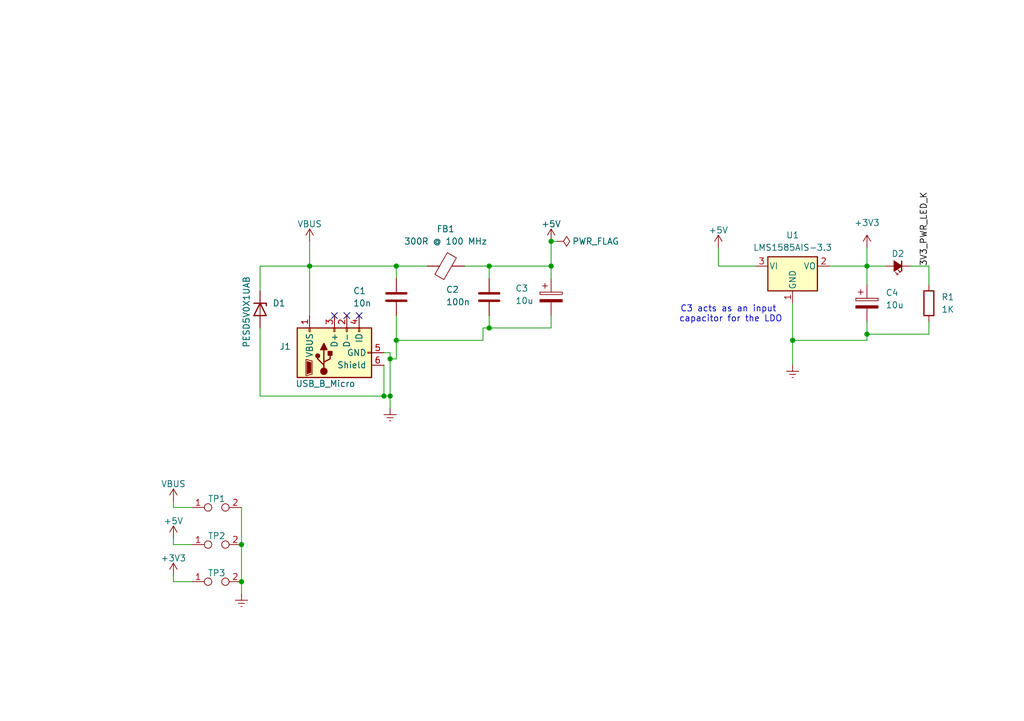
<source format=kicad_sch>
(kicad_sch (version 20250114) (generator "eeschema") (generator_version "9.0")
  (paper "A5")
  (title_block (title "Power Sheet") (date "2025-06-26") (rev "v08") (comment 4 "All things power related"))
  (lib_symbols
    (symbol "Connector:TestPoint_2Pole" (pin_names (offset 0.762) (hide yes))
      (property "Reference" "TP" (at 0 1.524 0))
      (property "Value" "TestPoint_2Pole" (at 0 -1.778 0))
      (symbol "TestPoint_2Pole_0_1"
        (circle (center -1.778 0) (radius 0.762))
        (circle (center 1.778 0) (radius 0.762))
        (pin passive line (at -5.08 0 0) (length 2.54) (name "1") (number "1"))
        (pin passive line (at 5.08 0 180) (length 2.54) (name "2") (number "2"))
      )
    )
    (symbol "Connector:USB_B_Micro" (pin_names (offset 1.016))
      (property "Reference" "J" (at -5.08 11.43 0))
      (property "Value" "USB_B_Micro" (at -5.08 8.89 0))
      (symbol "USB_B_Micro_0_1"
        (rectangle (start -5.08 -7.62) (end 5.08 7.62) (stroke (width 0.254)) (fill (type background)))
        (polyline (pts (xy -4.699 5.842) (xy -4.699 5.588) (xy -4.445 4.826) (xy -4.445 4.572) (xy -1.651 4.572) (xy -1.651 4.826) (xy -1.397 5.588) (xy -1.397 5.842) (xy -4.699 5.842)))
        (polyline (pts (xy -4.318 5.588) (xy -1.778 5.588) (xy -2.032 4.826) (xy -4.064 4.826) (xy -4.318 5.588)) (fill (type outline)))
        (circle (center -3.81 2.159) (radius 0.635) (stroke (width 0.254)) (fill (type outline)))
        (polyline (pts (xy -3.175 2.159) (xy -2.54 2.159) (xy -1.27 3.429) (xy -0.635 3.429)) (stroke (width 0.254)))
        (polyline (pts (xy -2.54 2.159) (xy -1.905 2.159) (xy -1.27 0.889) (xy 0 0.889)) (stroke (width 0.254)))
        (polyline (pts (xy -1.905 2.159) (xy 0.635 2.159)) (stroke (width 0.254)))
        (circle (center -0.635 3.429) (radius 0.381) (stroke (width 0.254)) (fill (type outline)))
        (rectangle (start -0.127 -7.62) (end 0.127 -6.858))
        (rectangle (start 0.254 1.27) (end -0.508 0.508) (stroke (width 0.254)) (fill (type outline)))
        (polyline (pts (xy 0.635 2.794) (xy 0.635 1.524) (xy 1.905 2.159) (xy 0.635 2.794)) (stroke (width 0.254)) (fill (type outline)))
        (rectangle (start 5.08 4.953) (end 4.318 5.207))
        (rectangle (start 5.08 -0.127) (end 4.318 0.127))
        (rectangle (start 5.08 -2.667) (end 4.318 -2.413))
        (rectangle (start 5.08 -5.207) (end 4.318 -4.953))
      )
      (symbol "USB_B_Micro_1_1"
        (pin passive line (at -2.54 -10.16 90) (length 2.54) (name "Shield") (number "6"))
        (pin power_out line (at 0 -10.16 90) (length 2.54) (name "GND") (number "5"))
        (pin power_out line (at 7.62 5.08 180) (length 2.54) (name "VBUS") (number "1"))
        (pin bidirectional line (at 7.62 0 180) (length 2.54) (name "D+") (number "3"))
        (pin bidirectional line (at 7.62 -2.54 180) (length 2.54) (name "D-") (number "2"))
        (pin passive line (at 7.62 -5.08 180) (length 2.54) (name "ID") (number "4"))
      )
    )
    (symbol "Device:C" (pin_numbers (hide yes)) (pin_names (offset 0.254))
      (property "Reference" "C" (at 0.635 2.54 0))
      (property "Value" "C" (at 0.635 -2.54 0))
      (symbol "C_0_1"
        (polyline (pts (xy -2.032 0.762) (xy 2.032 0.762)) (stroke (width 0.508)))
        (polyline (pts (xy -2.032 -0.762) (xy 2.032 -0.762)) (stroke (width 0.508)))
      )
      (symbol "C_1_1"
        (pin passive line (at 0 3.81 270) (length 2.794) (name "~") (number "1"))
        (pin passive line (at 0 -3.81 90) (length 2.794) (name "~") (number "2"))
      )
    )
    (symbol "Device:C_Polarized" (pin_numbers (hide yes)) (pin_names (offset 0.254))
      (property "Reference" "C" (at 0.635 2.54 0))
      (property "Value" "C_Polarized" (at 0.635 -2.54 0))
      (symbol "C_Polarized_0_1"
        (rectangle (start -2.286 0.508) (end 2.286 1.016))
        (polyline (pts (xy -1.778 2.286) (xy -0.762 2.286)))
        (polyline (pts (xy -1.27 2.794) (xy -1.27 1.778)))
        (rectangle (start 2.286 -0.508) (end -2.286 -1.016) (fill (type outline)))
      )
      (symbol "C_Polarized_1_1"
        (pin passive line (at 0 3.81 270) (length 2.794) (name "~") (number "1"))
        (pin passive line (at 0 -3.81 90) (length 2.794) (name "~") (number "2"))
      )
    )
    (symbol "Device:FerriteBead" (pin_numbers (hide yes)) (pin_names (offset 0))
      (property "Reference" "FB" (at -3.81 0.635 90))
      (property "Value" "FerriteBead" (at 3.81 0 90))
      (symbol "FerriteBead_0_1"
        (polyline (pts (xy -2.7686 0.4064) (xy -1.7018 2.2606) (xy 2.7686 -0.3048) (xy 1.6764 -2.159) (xy -2.7686 0.4064)))
        (polyline (pts (xy 0 1.27) (xy 0 1.2954)))
        (polyline (pts (xy 0 -1.27) (xy 0 -1.2192)))
      )
      (symbol "FerriteBead_1_1"
        (pin passive line (at 0 3.81 270) (length 2.54) (name "~") (number "1"))
        (pin passive line (at 0 -3.81 90) (length 2.54) (name "~") (number "2"))
      )
    )
    (symbol "Device:LED_Small_Filled" (pin_numbers (hide yes)) (pin_names (offset 0.254) (hide yes))
      (property "Reference" "D" (at -1.27 3.175 0))
      (property "Value" "LED_Small_Filled" (at -4.445 -2.54 0))
      (symbol "LED_Small_Filled_0_1"
        (polyline (pts (xy -0.762 -1.016) (xy -0.762 1.016)) (stroke (width 0.254)))
        (polyline (pts (xy 0 0.762) (xy -0.508 1.27) (xy -0.254 1.27) (xy -0.508 1.27) (xy -0.508 1.016)))
        (polyline (pts (xy 0.508 1.27) (xy 0 1.778) (xy 0.254 1.778) (xy 0 1.778) (xy 0 1.524)))
        (polyline (pts (xy 0.762 -1.016) (xy -0.762 0) (xy 0.762 1.016) (xy 0.762 -1.016)) (stroke (width 0.254)) (fill (type outline)))
        (polyline (pts (xy 1.016 0) (xy -0.762 0)))
      )
      (symbol "LED_Small_Filled_1_1"
        (pin passive line (at -2.54 0 0) (length 1.778) (name "K") (number "1"))
        (pin passive line (at 2.54 0 180) (length 1.778) (name "A") (number "2"))
      )
    )
    (symbol "Device:R" (pin_numbers (hide yes)) (pin_names (offset 0))
      (property "Reference" "R" (at 2.032 0 90))
      (property "Value" "R" (at 0 0 90))
      (symbol "R_0_1"
        (rectangle (start -1.016 -2.54) (end 1.016 2.54) (stroke (width 0.254)))
      )
      (symbol "R_1_1"
        (pin passive line (at 0 3.81 270) (length 1.27) (name "~") (number "1"))
        (pin passive line (at 0 -3.81 90) (length 1.27) (name "~") (number "2"))
      )
    )
    (symbol "Diode:PTVS5V0Z1USKP" (pin_numbers (hide yes)) (pin_names (hide yes))
      (property "Reference" "D" (at 0 2.54 0))
      (property "Value" "PTVS5V0Z1USKP" (at 0 -2.54 0))
      (symbol "PTVS5V0Z1USKP_0_1"
        (polyline (pts (xy -1.27 -1.27) (xy -1.27 1.27) (xy -0.762 1.27)) (stroke (width 0.254)))
        (polyline (pts (xy 1.27 0) (xy -1.27 0)))
        (polyline (pts (xy 1.27 -1.27) (xy 1.27 1.27) (xy -1.27 0) (xy 1.27 -1.27)) (stroke (width 0.254)))
      )
      (symbol "PTVS5V0Z1USKP_1_1"
        (pin passive line (at -3.81 0 0) (length 2.54) (name "K") (number "1"))
        (pin passive line (at 3.81 0 180) (length 2.54) (name "A") (number "2"))
      )
    )
    (symbol "Regulator_Linear:LM1084-3.3" (pin_names (offset 0.254))
      (property "Reference" "U" (at -3.81 3.175 0))
      (property "Value" "LM1084-3.3" (at 0 3.175 0))
      (symbol "LM1084-3.3_0_1"
        (rectangle (start -5.08 1.905) (end 5.08 -5.08) (stroke (width 0.254)) (fill (type background)))
      )
      (symbol "LM1084-3.3_1_1"
        (pin power_in line (at -7.62 0 0) (length 2.54) (name "VI") (number "3"))
        (pin power_in line (at 0 -7.62 90) (length 2.54) (name "GND") (number "1"))
        (pin power_out line (at 7.62 0 180) (length 2.54) (name "VO") (number "2"))
      )
    )
    (symbol "power:+3V3" (power) (pin_numbers (hide yes)) (pin_names (offset 0) (hide yes))
      (property "Value" "+3V3" (at 0 3.556 0))
      (symbol "+3V3_0_1"
        (polyline (pts (xy -0.762 1.27) (xy 0 2.54)))
        (polyline (pts (xy 0 2.54) (xy 0.762 1.27)))
        (polyline (pts (xy 0 0) (xy 0 2.54)))
      )
      (symbol "+3V3_1_1"
        (pin power_in line (at 0 0 90) (length 0) (name "~") (number "1"))
      )
    )
    (symbol "power:+5V" (power) (pin_numbers (hide yes)) (pin_names (offset 0) (hide yes))
      (property "Value" "+5V" (at 0 3.556 0))
      (symbol "+5V_0_1"
        (polyline (pts (xy -0.762 1.27) (xy 0 2.54)))
        (polyline (pts (xy 0 2.54) (xy 0.762 1.27)))
        (polyline (pts (xy 0 0) (xy 0 2.54)))
      )
      (symbol "+5V_1_1"
        (pin power_in line (at 0 0 90) (length 0) (name "~") (number "1"))
      )
    )
    (symbol "power:GNDREF" (power) (pin_numbers (hide yes)) (pin_names (offset 0) (hide yes))
      (property "Value" "GNDREF" (at 0 -3.81 0))
      (symbol "GNDREF_0_1"
        (polyline (pts (xy -0.635 -1.905) (xy 0.635 -1.905)))
        (polyline (pts (xy -0.127 -2.54) (xy 0.127 -2.54)))
        (polyline (pts (xy 0 -1.27) (xy 0 0)))
        (polyline (pts (xy 1.27 -1.27) (xy -1.27 -1.27)))
      )
      (symbol "GNDREF_1_1"
        (pin power_in line (at 0 0 270) (length 0) (name "~") (number "1"))
      )
    )
    (symbol "power:PWR_FLAG" (power) (pin_numbers (hide yes)) (pin_names (offset 0) (hide yes))
      (property "Value" "PWR_FLAG" (at 0 3.81 0))
      (symbol "PWR_FLAG_0_0"
        (pin power_out line (at 0 0 90) (length 0) (name "~") (number "1"))
      )
      (symbol "PWR_FLAG_0_1"
        (polyline (pts (xy 0 0) (xy 0 1.27) (xy -1.016 1.905) (xy 0 2.54) (xy 1.016 1.905) (xy 0 1.27)))
      )
    )
  )
  (text "C3 acts as an input \ncapacitor for the LDO" (at 149.86 64.516 0) (effects (font (size 1.27 1.27))))
  (junction (at 78.74 81.28))
  (junction (at 113.03 49.53))
  (junction (at 113.03 54.61))
  (junction (at 81.28 69.85))
  (junction (at 63.5 54.61))
  (junction (at 81.28 54.61))
  (junction (at 49.53 111.76))
  (junction (at 162.56 69.85))
  (junction (at 80.01 73.66))
  (junction (at 49.53 119.38))
  (junction (at 177.8 54.61))
  (junction (at 100.33 54.61))
  (junction (at 100.33 67.31))
  (junction (at 80.01 81.28))
  (junction (at 177.8 68.58))
  (no_connect (at 73.66 64.77))
  (no_connect (at 71.12 64.77))
  (no_connect (at 68.58 64.77))
  (wire (pts (xy 100.33 67.31) (xy 99.06 67.31)))
  (wire (pts (xy 81.28 69.85) (xy 81.28 73.66)))
  (wire (pts (xy 80.01 81.28) (xy 80.01 83.82)))
  (wire (pts (xy 53.34 81.28) (xy 78.74 81.28)))
  (wire (pts (xy 63.5 54.61) (xy 53.34 54.61)))
  (wire (pts (xy 63.5 54.61) (xy 63.5 64.77)))
  (wire (pts (xy 100.33 54.61) (xy 113.03 54.61)))
  (wire (pts (xy 162.56 62.23) (xy 162.56 69.85)))
  (wire (pts (xy 162.56 74.93) (xy 162.56 69.85)))
  (wire (pts (xy 53.34 54.61) (xy 53.34 59.69)))
  (wire (pts (xy 78.74 81.28) (xy 80.01 81.28)))
  (wire (pts (xy 35.56 104.14) (xy 39.37 104.14)))
  (wire (pts (xy 35.56 111.76) (xy 39.37 111.76)))
  (wire (pts (xy 162.56 69.85) (xy 177.8 69.85)))
  (wire (pts (xy 190.5 66.04) (xy 190.5 68.58)))
  (wire (pts (xy 147.32 50.8) (xy 147.32 54.61)))
  (wire (pts (xy 80.01 72.39) (xy 80.01 73.66)))
  (wire (pts (xy 177.8 66.04) (xy 177.8 68.58)))
  (wire (pts (xy 49.53 111.76) (xy 49.53 119.38)))
  (wire (pts (xy 35.56 102.87) (xy 35.56 104.14)))
  (wire (pts (xy 78.74 74.93) (xy 78.74 81.28)))
  (wire (pts (xy 80.01 73.66) (xy 80.01 81.28)))
  (wire (pts (xy 100.33 67.31) (xy 113.03 67.31)))
  (wire (pts (xy 186.69 54.61) (xy 190.5 54.61)))
  (wire (pts (xy 147.32 54.61) (xy 154.94 54.61)))
  (wire (pts (xy 53.34 67.31) (xy 53.34 81.28)))
  (wire (pts (xy 99.06 69.85) (xy 81.28 69.85)))
  (wire (pts (xy 39.37 119.38) (xy 35.56 119.38)))
  (wire (pts (xy 99.06 67.31) (xy 99.06 69.85)))
  (wire (pts (xy 81.28 54.61) (xy 87.63 54.61)))
  (wire (pts (xy 100.33 67.31) (xy 100.33 64.77)))
  (wire (pts (xy 190.5 54.61) (xy 190.5 58.42)))
  (wire (pts (xy 35.56 110.49) (xy 35.56 111.76)))
  (wire (pts (xy 78.74 72.39) (xy 80.01 72.39)))
  (wire (pts (xy 113.03 54.61) (xy 113.03 57.15)))
  (wire (pts (xy 113.03 49.53) (xy 114.3 49.53)))
  (wire (pts (xy 190.5 68.58) (xy 177.8 68.58)))
  (wire (pts (xy 80.01 73.66) (xy 81.28 73.66)))
  (wire (pts (xy 170.18 54.61) (xy 177.8 54.61)))
  (wire (pts (xy 113.03 64.77) (xy 113.03 67.31)))
  (wire (pts (xy 49.53 104.14) (xy 49.53 111.76)))
  (wire (pts (xy 49.53 119.38) (xy 49.53 121.92)))
  (wire (pts (xy 35.56 119.38) (xy 35.56 118.11)))
  (wire (pts (xy 113.03 49.53) (xy 113.03 54.61)))
  (wire (pts (xy 63.5 54.61) (xy 81.28 54.61)))
  (wire (pts (xy 177.8 68.58) (xy 177.8 69.85)))
  (wire (pts (xy 95.25 54.61) (xy 100.33 54.61)))
  (wire (pts (xy 81.28 64.77) (xy 81.28 69.85)))
  (wire (pts (xy 177.8 54.61) (xy 177.8 58.42)))
  (wire (pts (xy 100.33 54.61) (xy 100.33 57.15)))
  (wire (pts (xy 81.28 54.61) (xy 81.28 57.15)))
  (wire (pts (xy 177.8 50.8) (xy 177.8 54.61)))
  (wire (pts (xy 63.5 49.53) (xy 63.5 54.61)))
  (wire (pts (xy 177.8 54.61) (xy 181.61 54.61)))
  (label "3V3_PWR_LED_K" (at 190.5 54.61 90))
  (symbol (lib_id "Connector:TestPoint_2Pole") (at 44.45 111.76 0) (unit 1) (in_bom no)
    (property "Reference" "TP2" (at 44.45 109.982 0))
    (property "Value" "TestPoint_2Pole" (effects (hide yes)))
    (property "Footprint" "Diode_SMD:D_0402_1005Metric" (effects (hide yes)))
    (property "Description" "2-polar test point" (effects (hide yes)))
  )
  (symbol (lib_id "Device:C_Polarized") (at 113.03 60.96 0) (unit 1)
    (property "Reference" "C3" (at 105.664 59.182 0) (effects (justify left)))
    (property "Value" "10u" (at 105.664 61.722 0) (effects (justify left)))
    (property "Footprint" "Capacitor_SMD:CP_Elec_4x4.5" (effects (hide yes)))
    (property "Description" "Polarized capacitor" (effects (hide yes)))
    (property "MPN" "EDH106M016A9BAA" (effects (hide yes)))
  )
  (symbol (lib_id "power:PWR_FLAG") (at 114.3 49.53 270) (unit 1)
    (property "Reference" "#FLG01" (effects (hide yes)))
    (property "Value" "PWR_FLAG" (at 122.174 49.53 90))
    (property "Description" "Special symbol for telling ERC where power comes from" (effects (hide yes)))
  )
  (symbol (lib_id "Connector:USB_B_Micro") (at 68.58 72.39 90) (unit 1)
    (property "Reference" "J1" (at 59.69 71.1199 90) (effects (justify left)))
    (property "Value" "USB_B_Micro" (at 72.898 78.74 90) (effects (justify left)))
    (property "Footprint" "Connector_USB:USB_Micro-B_Amphenol_10118194-0001LF_Horizontal" (effects (hide yes)))
    (property "Description" "USB Micro Type B connector" (effects (hide yes)))
    (property "MPN" "10118194-0001LF" (effects (hide yes)))
  )
  (symbol (lib_id "Device:LED_Small_Filled") (at 184.15 54.61 180) (unit 1)
    (property "Reference" "D2" (at 184.15 52.07 0))
    (property "Value" "3V3 LED (RED)" (effects (hide yes)))
    (property "Footprint" "LED_SMD:LED_0603_1608Metric_Pad1.05x0.95mm_HandSolder" (effects (hide yes)))
    (property "Description" "Light emitting diode, small symbol, filled shape" (effects (hide yes)))
    (property "Sim.Pins" "1=K 2=A" (effects (hide yes)))
    (property "MPN" "LTST-C190KRKT" (effects (hide yes)))
  )
  (symbol (lib_id "Device:FerriteBead") (at 91.44 54.61 90) (unit 1)
    (property "Reference" "FB1" (at 91.3892 46.99 90))
    (property "Value" "300R @ 100 MHz" (at 91.3892 49.53 90))
    (property "Footprint" "Inductor_SMD:L_0603_1608Metric" (effects (hide yes)))
    (property "Description" "Ferrite bead" (effects (hide yes)))
    (property "MPN" "HI2220R301R-10" (effects (hide yes)))
  )
  (symbol (lib_id "power:+3V3") (at 35.56 118.11 0) (unit 1)
    (property "Reference" "#PWR053" (effects (hide yes)))
    (property "Value" "+3V3" (at 35.56 114.554 0))
    (property "Description" "Power symbol creates a global label with name \"+3V3\"" (effects (hide yes)))
  )
  (symbol (lib_id "Device:C") (at 100.33 60.96 0) (unit 1)
    (property "Reference" "C2" (at 91.44 59.436 0) (effects (justify left)))
    (property "Value" "100n" (at 91.44 61.976 0) (effects (justify left)))
    (property "Footprint" "Capacitor_SMD:C_0603_1608Metric" (effects (hide yes)))
    (property "Description" "Unpolarized capacitor" (effects (hide yes)))
    (property "MPN" "C0603C104J3RACTU" (effects (hide yes)))
  )
  (symbol (lib_id "Connector:TestPoint_2Pole") (at 44.45 119.38 0) (unit 1) (in_bom no)
    (property "Reference" "TP3" (at 44.45 117.602 0))
    (property "Value" "TestPoint_2Pole" (effects (hide yes)))
    (property "Footprint" "Diode_SMD:D_0402_1005Metric" (effects (hide yes)))
    (property "Description" "2-polar test point" (effects (hide yes)))
  )
  (symbol (lib_id "power:+5V") (at 113.03 49.53 0) (unit 1)
    (property "Reference" "#PWR08" (effects (hide yes)))
    (property "Value" "+5V" (at 113.03 45.974 0))
    (property "Description" "Power symbol creates a global label with name \"+5V\"" (effects (hide yes)))
  )
  (symbol (lib_id "Device:C_Polarized") (at 177.8 62.23 0) (unit 1)
    (property "Reference" "C4" (at 181.61 60.0709 0) (effects (justify left)))
    (property "Value" "10u" (at 181.61 62.6109 0) (effects (justify left)))
    (property "Footprint" "Capacitor_SMD:CP_Elec_4x4.5" (effects (hide yes)))
    (property "Description" "Polarized capacitor" (effects (hide yes)))
    (property "MPN" "EDH106M016A9BAA" (effects (hide yes)))
  )
  (symbol (lib_id "Regulator_Linear:LM1084-3.3") (at 162.56 54.61 0) (unit 1)
    (property "Reference" "U1" (at 162.56 48.26 0))
    (property "Value" "LMS1585AIS-3.3" (at 162.56 50.8 0))
    (property "Footprint" "Package_TO_SOT_SMD:TO-263-3_TabPin2" (effects (hide yes)))
    (property "Datasheet" "http://www.ti.com/lit/ds/symlink/lm1084.pdf" (effects (hide yes)))
    (property "Description" "5A 27V Linear Regulator, Fixed Output 3.3V, TO-220/TO-263" (effects (hide yes)))
    (property "MPN" "LMS1585AIS-3.3/NOPB" (effects (hide yes)))
  )
  (symbol (lib_id "Device:C") (at 81.28 60.96 0) (unit 1)
    (property "Reference" "C1" (at 72.39 59.69 0) (effects (justify left)))
    (property "Value" "10n" (at 72.39 62.23 0) (effects (justify left)))
    (property "Footprint" "Capacitor_SMD:C_0603_1608Metric" (effects (hide yes)))
    (property "Description" "Unpolarized capacitor" (effects (hide yes)))
    (property "MPN" "GCM188R71H103KA37J" (effects (hide yes)))
  )
  (symbol (lib_id "Connector:TestPoint_2Pole") (at 44.45 104.14 0) (unit 1) (in_bom no)
    (property "Reference" "TP1" (at 44.45 102.362 0))
    (property "Value" "TestPoint_2Pole" (effects (hide yes)))
    (property "Footprint" "Diode_SMD:D_0402_1005Metric" (effects (hide yes)))
    (property "Description" "2-polar test point" (effects (hide yes)))
  )
  (symbol (lib_id "power:+5V") (at 63.5 49.53 0) (unit 1)
    (property "Reference" "#PWR04" (effects (hide yes)))
    (property "Value" "VBUS" (at 63.5 45.974 0))
    (property "Description" "Power symbol creates a global label with name \"+5V\"" (effects (hide yes)))
  )
  (symbol (lib_id "power:GNDREF") (at 49.53 121.92 0) (unit 1)
    (property "Reference" "#PWR049" (effects (hide yes)))
    (property "Value" "GND" (effects (hide yes)))
    (property "Description" "Power symbol creates a global label with name \"GND\" , reference supply ground" (effects (hide yes)))
  )
  (symbol (lib_id "Device:R") (at 190.5 62.23 0) (unit 1)
    (property "Reference" "R1" (at 193.04 60.9599 0) (effects (justify left)))
    (property "Value" "1K" (at 193.04 63.4999 0) (effects (justify left)))
    (property "Footprint" "Resistor_SMD:R_0603_1608Metric" (effects (hide yes)))
    (property "Description" "Resistor" (effects (hide yes)))
    (property "MPN" "RT0603DRE071KL" (effects (hide yes)))
  )
  (symbol (lib_id "power:+3V3") (at 177.8 50.8 0) (unit 1)
    (property "Reference" "#PWR012" (effects (hide yes)))
    (property "Value" "+3V3" (at 177.8 45.72 0))
    (property "Description" "Power symbol creates a global label with name \"+3V3\"" (effects (hide yes)))
  )
  (symbol (lib_id "power:GNDREF") (at 162.56 74.93 0) (unit 1)
    (property "Reference" "#PWR011" (effects (hide yes)))
    (property "Value" "GND" (effects (hide yes)))
    (property "Description" "Power symbol creates a global label with name \"GNDREF\" , reference supply ground" (effects (hide yes)))
  )
  (symbol (lib_id "power:+5V") (at 35.56 102.87 0) (unit 1)
    (property "Reference" "#PWR051" (effects (hide yes)))
    (property "Value" "VBUS" (at 35.56 99.314 0))
    (property "Description" "Power symbol creates a global label with name \"+5V\"" (effects (hide yes)))
  )
  (symbol (lib_id "power:GNDREF") (at 80.01 83.82 0) (unit 1)
    (property "Reference" "#PWR05" (effects (hide yes)))
    (property "Value" "GND" (effects (hide yes)))
    (property "Description" "Power symbol creates a global label with name \"GND\" , reference supply ground" (effects (hide yes)))
  )
  (symbol (lib_id "power:+5V") (at 147.32 50.8 0) (unit 1)
    (property "Reference" "#PWR010" (effects (hide yes)))
    (property "Value" "+5V" (at 147.32 47.244 0))
    (property "Description" "Power symbol creates a global label with name \"+5V\"" (effects (hide yes)))
  )
  (symbol (lib_id "Diode:PTVS5V0Z1USKP") (at 53.34 63.5 270) (unit 1)
    (property "Reference" "D1" (at 55.88 62.2299 90) (effects (justify left)))
    (property "Value" "PESD5V0X1UAB" (at 50.546 56.642 0) (effects (justify left)))
    (property "Footprint" "Diode_SMD:D_SOD-523" (effects (hide yes)))
    (property "Description" "5V, TVS unidirectional diode" (effects (hide yes)))
    (property "MPN" "PESD5V0X1UAB,115" (effects (hide yes)))
  )
  (symbol (lib_id "power:+5V") (at 35.56 110.49 0) (unit 1)
    (property "Reference" "#PWR052" (effects (hide yes)))
    (property "Value" "+5V" (at 35.56 106.934 0))
    (property "Description" "Power symbol creates a global label with name \"+5V\"" (effects (hide yes)))
  )
)
</source>
